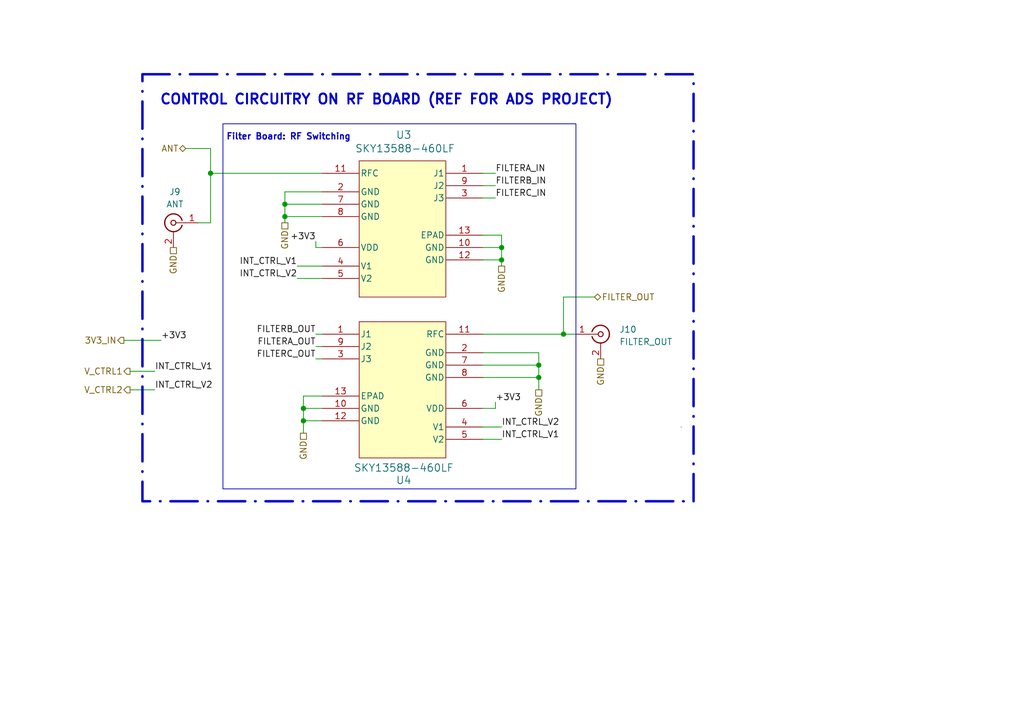
<source format=kicad_sch>
(kicad_sch (version 20231120) (generator "eeschema") (generator_version "8.0")
  (paper "A5")
  (title_block (title "Filters") (date "2025-03-30") (rev "v1.0"))
  (lib_symbols
    (symbol "Connector:Conn_Coaxial" (pin_names (offset 1.016) hide)
      (property "Reference" "J" (at 0.254 3.048 0))
      (property "Value" "Conn_Coaxial" (at 2.921 0 90))
      (symbol "Conn_Coaxial_0_1"
        (arc (start -1.778 -0.508) (mid 0.2311 -1.8066) (end 1.778 0) (stroke (width 0.254)))
        (polyline (pts (xy -2.54 0) (xy -0.508 0)))
        (polyline (pts (xy 0 -2.54) (xy 0 -1.778)))
        (circle (center 0 0) (radius 0.508) (stroke (width 0.2032)))
        (arc (start 1.778 0) (mid 0.2099 1.8101) (end -1.778 0.508) (stroke (width 0.254)))
      )
      (symbol "Conn_Coaxial_1_1"
        (pin passive line (at -5.08 0 0) (length 2.54) (name "In") (number "1"))
        (pin passive line (at 0 -5.08 90) (length 2.54) (name "Ext") (number "2"))
      )
    )
    (symbol "Radio Telescope:SKY13588-460LF" (pin_names (offset 0.254))
      (property "Reference" "U" (at 16.764 9.906 0))
      (property "Value" "SKY13588-460LF" (at 16.764 7.366 0))
      (symbol "SKY13588-460LF_0_1"
        (pin power_out line (at 33.02 -12.7 180) (length 7.62) (name "GND") (number "10"))
        (pin power_out line (at 33.02 -15.24 180) (length 7.62) (name "GND") (number "12"))
        (pin power_out line (at 33.02 -10.16 180) (length 7.62) (name "EPAD") (number "13"))
        (pin power_out line (at 0 -1.27 0) (length 7.62) (name "GND") (number "2"))
        (pin bidirectional line (at 33.02 -2.54 180) (length 7.62) (name "J3") (number "3"))
        (pin bidirectional line (at 0 -16.51 0) (length 7.62) (name "V1") (number "4"))
        (pin bidirectional line (at 0 -19.05 0) (length 7.62) (name "V2") (number "5"))
        (pin power_in line (at 0 -12.7 0) (length 7.62) (name "VDD") (number "6"))
        (pin power_out line (at 0 -3.81 0) (length 7.62) (name "GND") (number "7"))
        (pin power_out line (at 0 -6.35 0) (length 7.62) (name "GND") (number "8"))
        (pin bidirectional line (at 33.02 0 180) (length 7.62) (name "J2") (number "9"))
      )
      (symbol "SKY13588-460LF_1_1"
        (rectangle (start 7.62 5.08) (end 25.4 -22.86) (fill (type background)))
        (pin bidirectional line (at 33.02 2.54 180) (length 7.62) (name "J1") (number "1"))
        (pin bidirectional line (at 0 2.54 0) (length 7.62) (name "RFC") (number "11"))
      )
    )
  )
  (junction (at 115.57 68.58))
  (junction (at 58.42 41.91))
  (junction (at 110.49 74.93))
  (junction (at 62.23 83.82))
  (junction (at 58.42 44.45))
  (junction (at 102.87 50.8))
  (junction (at 43.18 35.56))
  (junction (at 62.23 86.36))
  (junction (at 110.49 77.47))
  (junction (at 102.87 53.34))
  (wire (pts (xy 99.06 87.63) (xy 102.87 87.63)))
  (wire (pts (xy 38.1 30.48) (xy 43.18 30.48)))
  (wire (pts (xy 101.6 40.64) (xy 99.06 40.64)))
  (wire (pts (xy 101.6 38.1) (xy 99.06 38.1)))
  (wire (pts (xy 102.87 48.26) (xy 102.87 50.8)))
  (wire (pts (xy 64.77 73.66) (xy 66.04 73.66)))
  (wire (pts (xy 40.64 45.72) (xy 43.18 45.72)))
  (wire (pts (xy 58.42 45.72) (xy 58.42 44.45)))
  (wire (pts (xy 102.87 53.34) (xy 102.87 54.61)))
  (wire (pts (xy 66.04 39.37) (xy 58.42 39.37)))
  (wire (pts (xy 62.23 86.36) (xy 62.23 83.82)))
  (wire (pts (xy 118.11 68.58) (xy 115.57 68.58)))
  (wire (pts (xy 99.06 83.82) (xy 101.6 83.82)))
  (wire (pts (xy 26.67 76.2) (xy 31.75 76.2)))
  (wire (pts (xy 66.04 86.36) (xy 62.23 86.36)))
  (wire (pts (xy 64.77 50.8) (xy 66.04 50.8)))
  (wire (pts (xy 99.06 74.93) (xy 110.49 74.93)))
  (wire (pts (xy 58.42 41.91) (xy 58.42 44.45)))
  (wire (pts (xy 60.96 57.15) (xy 66.04 57.15)))
  (wire (pts (xy 121.92 60.96) (xy 115.57 60.96)))
  (wire (pts (xy 66.04 81.28) (xy 62.23 81.28)))
  (wire (pts (xy 58.42 39.37) (xy 58.42 41.91)))
  (wire (pts (xy 99.06 77.47) (xy 110.49 77.47)))
  (wire (pts (xy 99.06 90.17) (xy 102.87 90.17)))
  (wire (pts (xy 26.67 80.01) (xy 31.75 80.01)))
  (wire (pts (xy 25.4 69.85) (xy 33.02 69.85)))
  (wire (pts (xy 60.96 54.61) (xy 66.04 54.61)))
  (wire (pts (xy 58.42 44.45) (xy 66.04 44.45)))
  (wire (pts (xy 110.49 80.01) (xy 110.49 77.47)))
  (wire (pts (xy 110.49 77.47) (xy 110.49 74.93)))
  (wire (pts (xy 43.18 45.72) (xy 43.18 35.56)))
  (wire (pts (xy 99.06 72.39) (xy 110.49 72.39)))
  (wire (pts (xy 115.57 60.96) (xy 115.57 68.58)))
  (wire (pts (xy 102.87 50.8) (xy 102.87 53.34)))
  (wire (pts (xy 115.57 68.58) (xy 99.06 68.58)))
  (wire (pts (xy 99.06 50.8) (xy 102.87 50.8)))
  (wire (pts (xy 43.18 35.56) (xy 66.04 35.56)))
  (wire (pts (xy 64.77 71.12) (xy 66.04 71.12)))
  (wire (pts (xy 62.23 83.82) (xy 66.04 83.82)))
  (wire (pts (xy 62.23 83.82) (xy 62.23 81.28)))
  (wire (pts (xy 58.42 41.91) (xy 66.04 41.91)))
  (wire (pts (xy 101.6 83.82) (xy 101.6 82.55)))
  (wire (pts (xy 64.77 68.58) (xy 66.04 68.58)))
  (wire (pts (xy 43.18 30.48) (xy 43.18 35.56)))
  (wire (pts (xy 101.6 35.56) (xy 99.06 35.56)))
  (wire (pts (xy 99.06 53.34) (xy 102.87 53.34)))
  (wire (pts (xy 99.06 48.26) (xy 102.87 48.26)))
  (wire (pts (xy 62.23 88.9) (xy 62.23 86.36)))
  (wire (pts (xy 110.49 74.93) (xy 110.49 72.39)))
  (wire (pts (xy 64.77 49.53) (xy 64.77 50.8)))
  (rectangle (start 45.72 25.4) (end 118.11 100.33))
  (rectangle (start 139.7 87.63) (end 139.7 87.63))
  (rectangle (start 29.21 15.24) (end 142.24 102.87) (stroke (width 0.508) (type dash_dot)))
  (text "Filter Board: RF Switching" (at 59.182 28.194 0) (effects (font (size 1.27 1.27) (thickness 0.254) (bold yes))))
  (text "CONTROL CIRCUITRY ON RF BOARD (REF FOR ADS PROJECT)" (at 79.248 20.574 0) (effects (font (size 2.032 2.032) (thickness 0.4064) (bold yes))))
  (label "FILTERC_IN" (at 101.6 40.64 0))
  (label "+3V3" (at 64.77 49.53 180))
  (label "INT_CTRL_V1" (at 60.96 54.61 180))
  (label "FILTERA_IN" (at 101.6 35.56 0))
  (label "FILTERB_IN" (at 101.6 38.1 0))
  (label "INT_CTRL_V1" (at 102.87 90.17 0))
  (label "INT_CTRL_V2" (at 102.87 87.63 0))
  (label "+3V3" (at 33.02 69.85 0))
  (label "+3V3" (at 101.6 82.55 0))
  (label "INT_CTRL_V2" (at 31.75 80.01 0))
  (label "FILTERA_OUT" (at 64.77 71.12 180))
  (label "FILTERC_OUT" (at 64.77 73.66 180))
  (label "INT_CTRL_V1" (at 31.75 76.2 0))
  (label "FILTERB_OUT" (at 64.77 68.58 180))
  (label "INT_CTRL_V2" (at 60.96 57.15 180))
  (hierarchical_label "GND" (shape passive) (at 102.87 54.61 270))
  (hierarchical_label "GND" (shape passive) (at 58.42 45.72 270))
  (hierarchical_label "V_CTRL1" (shape output) (at 26.67 76.2 180))
  (hierarchical_label "GND" (shape passive) (at 62.23 88.9 270))
  (hierarchical_label "FILTER_OUT" (shape bidirectional) (at 121.92 60.96 0))
  (hierarchical_label "GND" (shape passive) (at 123.19 73.66 270))
  (hierarchical_label "ANT" (shape bidirectional) (at 38.1 30.48 180))
  (hierarchical_label "GND" (shape passive) (at 110.49 80.01 270))
  (hierarchical_label "3V3_IN" (shape output) (at 25.4 69.85 180))
  (hierarchical_label "V_CTRL2" (shape output) (at 26.67 80.01 180))
  (hierarchical_label "GND" (shape passive) (at 35.56 50.8 270))
  (symbol (lib_id "Radio Telescope:SKY13588-460LF") (at 66.04 38.1 0) (unit 1) (on_board no)
    (property "Reference" "U3" (at 82.804 27.686 0) (effects (font (size 1.524 1.524))))
    (property "Value" "SKY13588-460LF" (at 83.058 30.48 0) (effects (font (size 1.524 1.524))))
    (property "Footprint" "Library:QFN12_SKY" (effects (hide yes)))
    (property "Datasheet" "SKY13588-460LF" (effects (hide yes)))
  )
  (symbol (lib_id "Connector:Conn_Coaxial") (at 35.56 45.72 0) (mirror y) (unit 1) (on_board no)
    (property "Reference" "J9" (at 35.8774 39.37 0))
    (property "Value" "ANT" (at 35.8774 41.91 0))
    (property "Description" "coaxial connector (BNC, SMA, SMB, SMC, Cinch/RCA, LEMO, ...)" (effects (hide yes)))
  )
  (symbol (lib_id "Radio Telescope:SKY13588-460LF") (at 99.06 71.12 0) (mirror y) (unit 1) (on_board no)
    (property "Reference" "U4" (at 82.804 98.552 0) (effects (font (size 1.524 1.524))))
    (property "Value" "SKY13588-460LF" (at 82.804 96.012 0) (effects (font (size 1.524 1.524))))
    (property "Footprint" "Library:QFN12_SKY" (effects (hide yes)))
    (property "Datasheet" "SKY13588-460LF" (effects (hide yes)))
  )
  (symbol (lib_id "Connector:Conn_Coaxial") (at 123.19 68.58 0) (unit 1) (on_board no)
    (property "Reference" "J10" (at 127 67.6031 0) (effects (justify left)))
    (property "Value" "FILTER_OUT" (at 127 70.1431 0) (effects (justify left)))
    (property "Description" "coaxial connector (BNC, SMA, SMB, SMC, Cinch/RCA, LEMO, ...)" (effects (hide yes)))
  )
)
</source>
